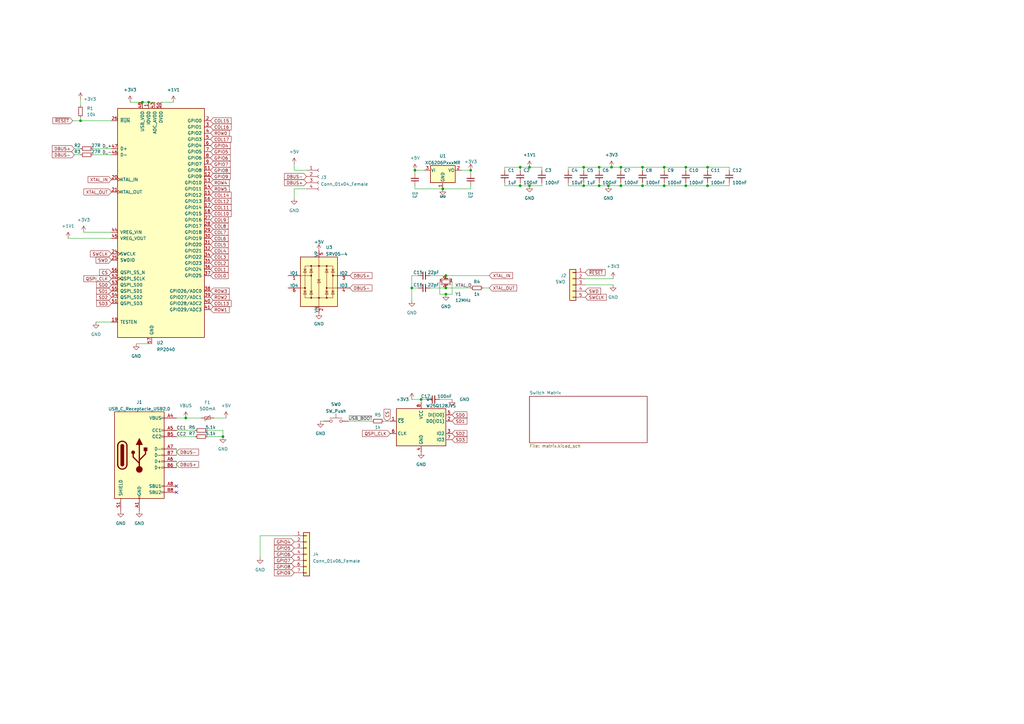
<source format=kicad_sch>
(kicad_sch (version 20211123) (generator eeschema)
  (paper "A3")
  (lib_symbols
    (symbol "Connector:Conn_01x04_Female" (pin_names (offset 1.016) hide)
      (property "Reference" "J" (at 0 5.08 0))
      (property "Value" "Conn_01x04_Female" (at 0 -7.62 0))
      (symbol "Conn_01x04_Female_1_1"
        (arc (start 0 -4.572) (mid -0.508 -5.08) (end 0 -5.588) (stroke (width 0.1524)))
        (arc (start 0 -2.032) (mid -0.508 -2.54) (end 0 -3.048) (stroke (width 0.1524)))
        (polyline (pts (xy -1.27 -5.08) (xy -0.508 -5.08)) (stroke (width 0.1524)))
        (polyline (pts (xy -1.27 -2.54) (xy -0.508 -2.54)) (stroke (width 0.1524)))
        (polyline (pts (xy -1.27 0) (xy -0.508 0)) (stroke (width 0.1524)))
        (polyline (pts (xy -1.27 2.54) (xy -0.508 2.54)) (stroke (width 0.1524)))
        (arc (start 0 0.508) (mid -0.508 0) (end 0 -0.508) (stroke (width 0.1524)))
        (arc (start 0 3.048) (mid -0.508 2.54) (end 0 2.032) (stroke (width 0.1524)))
        (pin passive line (at -5.08 2.54 0) (length 3.81) (name "Pin_1") (number "1"))
        (pin passive line (at -5.08 0 0) (length 3.81) (name "Pin_2") (number "2"))
        (pin passive line (at -5.08 -2.54 0) (length 3.81) (name "Pin_3") (number "3"))
        (pin passive line (at -5.08 -5.08 0) (length 3.81) (name "Pin_4") (number "4"))
      )
    )
    (symbol "Connector:USB_C_Receptacle_USB2.0" (pin_names (offset 1.016))
      (property "Reference" "J" (at -10.16 19.05 0))
      (property "Value" "USB_C_Receptacle_USB2.0" (at 19.05 19.05 0))
      (symbol "USB_C_Receptacle_USB2.0_0_0"
        (rectangle (start -0.254 -17.78) (end 0.254 -16.764))
        (rectangle (start 10.16 -14.986) (end 9.144 -15.494))
        (rectangle (start 10.16 -12.446) (end 9.144 -12.954))
        (rectangle (start 10.16 -4.826) (end 9.144 -5.334))
        (rectangle (start 10.16 -2.286) (end 9.144 -2.794))
        (rectangle (start 10.16 0.254) (end 9.144 -0.254))
        (rectangle (start 10.16 2.794) (end 9.144 2.286))
        (rectangle (start 10.16 7.874) (end 9.144 7.366))
        (rectangle (start 10.16 10.414) (end 9.144 9.906))
        (rectangle (start 10.16 15.494) (end 9.144 14.986))
      )
      (symbol "USB_C_Receptacle_USB2.0_0_1"
        (rectangle (start -10.16 17.78) (end 10.16 -17.78) (stroke (width 0.254)) (fill (type background)))
        (arc (start -8.89 -3.81) (mid -6.985 -5.715) (end -5.08 -3.81) (stroke (width 0.508)))
        (arc (start -7.62 -3.81) (mid -6.985 -4.445) (end -6.35 -3.81) (stroke (width 0.254)))
        (arc (start -7.62 -3.81) (mid -6.985 -4.445) (end -6.35 -3.81) (stroke (width 0.254)) (fill (type outline)))
        (rectangle (start -7.62 -3.81) (end -6.35 3.81) (stroke (width 0.254)) (fill (type outline)))
        (arc (start -6.35 3.81) (mid -6.985 4.445) (end -7.62 3.81) (stroke (width 0.254)))
        (arc (start -6.35 3.81) (mid -6.985 4.445) (end -7.62 3.81) (stroke (width 0.254)) (fill (type outline)))
        (arc (start -5.08 3.81) (mid -6.985 5.715) (end -8.89 3.81) (stroke (width 0.508)))
        (circle (center -2.54 1.143) (radius 0.635) (stroke (width 0.254)) (fill (type outline)))
        (circle (center 0 -5.842) (radius 1.27) (fill (type outline)))
        (polyline (pts (xy -8.89 -3.81) (xy -8.89 3.81)) (stroke (width 0.508)))
        (polyline (pts (xy -5.08 3.81) (xy -5.08 -3.81)) (stroke (width 0.508)))
        (polyline (pts (xy 0 -5.842) (xy 0 4.318)) (stroke (width 0.508)))
        (polyline (pts (xy 0 -3.302) (xy -2.54 -0.762) (xy -2.54 0.508)) (stroke (width 0.508)))
        (polyline (pts (xy 0 -2.032) (xy 2.54 0.508) (xy 2.54 1.778)) (stroke (width 0.508)))
        (polyline (pts (xy -1.27 4.318) (xy 0 6.858) (xy 1.27 4.318) (xy -1.27 4.318)) (stroke (width 0.254)) (fill (type outline)))
        (rectangle (start 1.905 1.778) (end 3.175 3.048) (stroke (width 0.254)) (fill (type outline)))
      )
      (symbol "USB_C_Receptacle_USB2.0_1_1"
        (pin passive line (at 0 -22.86 90) (length 5.08) (name "GND") (number "A1"))
        (pin passive line (at 0 -22.86 90) (length 5.08) hide (name "GND") (number "A12"))
        (pin passive line (at 15.24 15.24 180) (length 5.08) (name "VBUS") (number "A4"))
        (pin bidirectional line (at 15.24 10.16 180) (length 5.08) (name "CC1") (number "A5"))
        (pin bidirectional line (at 15.24 -2.54 180) (length 5.08) (name "D+") (number "A6"))
        (pin bidirectional line (at 15.24 2.54 180) (length 5.08) (name "D-") (number "A7"))
        (pin bidirectional line (at 15.24 -12.7 180) (length 5.08) (name "SBU1") (number "A8"))
        (pin passive line (at 15.24 15.24 180) (length 5.08) hide (name "VBUS") (number "A9"))
        (pin passive line (at 0 -22.86 90) (length 5.08) hide (name "GND") (number "B1"))
        (pin passive line (at 0 -22.86 90) (length 5.08) hide (name "GND") (number "B12"))
        (pin passive line (at 15.24 15.24 180) (length 5.08) hide (name "VBUS") (number "B4"))
        (pin bidirectional line (at 15.24 7.62 180) (length 5.08) (name "CC2") (number "B5"))
        (pin bidirectional line (at 15.24 -5.08 180) (length 5.08) (name "D+") (number "B6"))
        (pin bidirectional line (at 15.24 0 180) (length 5.08) (name "D-") (number "B7"))
        (pin bidirectional line (at 15.24 -15.24 180) (length 5.08) (name "SBU2") (number "B8"))
        (pin passive line (at 15.24 15.24 180) (length 5.08) hide (name "VBUS") (number "B9"))
        (pin passive line (at -7.62 -22.86 90) (length 5.08) (name "SHIELD") (number "S1"))
      )
    )
    (symbol "Connector_Generic:Conn_01x05" (pin_names (offset 1.016) hide)
      (property "Reference" "J" (at 0 7.62 0))
      (property "Value" "Conn_01x05" (at 0 -7.62 0))
      (symbol "Conn_01x05_1_1"
        (rectangle (start -1.27 -4.953) (end 0 -5.207) (stroke (width 0.1524)))
        (rectangle (start -1.27 -2.413) (end 0 -2.667) (stroke (width 0.1524)))
        (rectangle (start -1.27 0.127) (end 0 -0.127) (stroke (width 0.1524)))
        (rectangle (start -1.27 2.667) (end 0 2.413) (stroke (width 0.1524)))
        (rectangle (start -1.27 5.207) (end 0 4.953) (stroke (width 0.1524)))
        (rectangle (start -1.27 6.35) (end 1.27 -6.35) (stroke (width 0.254)) (fill (type background)))
        (pin passive line (at -5.08 5.08 0) (length 3.81) (name "Pin_1") (number "1"))
        (pin passive line (at -5.08 2.54 0) (length 3.81) (name "Pin_2") (number "2"))
        (pin passive line (at -5.08 0 0) (length 3.81) (name "Pin_3") (number "3"))
        (pin passive line (at -5.08 -2.54 0) (length 3.81) (name "Pin_4") (number "4"))
        (pin passive line (at -5.08 -5.08 0) (length 3.81) (name "Pin_5") (number "5"))
      )
    )
    (symbol "Connector_Generic:Conn_01x07" (pin_names (offset 1.016) hide)
      (property "Reference" "J" (at 0 10.16 0))
      (property "Value" "Conn_01x07" (at 0 -10.16 0))
      (symbol "Conn_01x07_1_1"
        (rectangle (start -1.27 -7.493) (end 0 -7.747) (stroke (width 0.1524)))
        (rectangle (start -1.27 -4.953) (end 0 -5.207) (stroke (width 0.1524)))
        (rectangle (start -1.27 -2.413) (end 0 -2.667) (stroke (width 0.1524)))
        (rectangle (start -1.27 0.127) (end 0 -0.127) (stroke (width 0.1524)))
        (rectangle (start -1.27 2.667) (end 0 2.413) (stroke (width 0.1524)))
        (rectangle (start -1.27 5.207) (end 0 4.953) (stroke (width 0.1524)))
        (rectangle (start -1.27 7.747) (end 0 7.493) (stroke (width 0.1524)))
        (rectangle (start -1.27 8.89) (end 1.27 -8.89) (stroke (width 0.254)) (fill (type background)))
        (pin passive line (at -5.08 7.62 0) (length 3.81) (name "Pin_1") (number "1"))
        (pin passive line (at -5.08 5.08 0) (length 3.81) (name "Pin_2") (number "2"))
        (pin passive line (at -5.08 2.54 0) (length 3.81) (name "Pin_3") (number "3"))
        (pin passive line (at -5.08 0 0) (length 3.81) (name "Pin_4") (number "4"))
        (pin passive line (at -5.08 -2.54 0) (length 3.81) (name "Pin_5") (number "5"))
        (pin passive line (at -5.08 -5.08 0) (length 3.81) (name "Pin_6") (number "6"))
        (pin passive line (at -5.08 -7.62 0) (length 3.81) (name "Pin_7") (number "7"))
      )
    )
    (symbol "Device:C_Small" (pin_numbers hide) (pin_names (offset 0.254) hide)
      (property "Reference" "C" (at 0.254 1.778 0))
      (property "Value" "C_Small" (at 0.254 -2.032 0))
      (symbol "C_Small_0_1"
        (polyline (pts (xy -1.524 -0.508) (xy 1.524 -0.508)) (stroke (width 0.3302)))
        (polyline (pts (xy -1.524 0.508) (xy 1.524 0.508)) (stroke (width 0.3048)))
      )
      (symbol "C_Small_1_1"
        (pin passive line (at 0 2.54 270) (length 2.032) (name "~") (number "1"))
        (pin passive line (at 0 -2.54 90) (length 2.032) (name "~") (number "2"))
      )
    )
    (symbol "Device:Crystal_GND24_Small" (pin_names (offset 1.016) hide)
      (property "Reference" "Y" (at 1.27 4.445 0))
      (property "Value" "Crystal_GND24_Small" (at 1.27 2.54 0))
      (symbol "Crystal_GND24_Small_0_1"
        (rectangle (start -0.762 -1.524) (end 0.762 1.524))
        (polyline (pts (xy -1.27 -0.762) (xy -1.27 0.762)) (stroke (width 0.381)))
        (polyline (pts (xy 1.27 -0.762) (xy 1.27 0.762)) (stroke (width 0.381)))
        (polyline (pts (xy -1.27 -1.27) (xy -1.27 -1.905) (xy 1.27 -1.905) (xy 1.27 -1.27)))
        (polyline (pts (xy -1.27 1.27) (xy -1.27 1.905) (xy 1.27 1.905) (xy 1.27 1.27)))
      )
      (symbol "Crystal_GND24_Small_1_1"
        (pin passive line (at -2.54 0 0) (length 1.27) (name "1") (number "1"))
        (pin passive line (at 0 -2.54 90) (length 0.635) (name "2") (number "2"))
        (pin passive line (at 2.54 0 180) (length 1.27) (name "3") (number "3"))
        (pin passive line (at 0 2.54 270) (length 0.635) (name "4") (number "4"))
      )
    )
    (symbol "Device:Polyfuse_Small" (pin_numbers hide) (pin_names (offset 0))
      (property "Reference" "F" (at -1.905 0 90))
      (property "Value" "Polyfuse_Small" (at 1.905 0 90))
      (symbol "Polyfuse_Small_0_1"
        (rectangle (start -0.508 1.27) (end 0.508 -1.27))
        (polyline (pts (xy 0 2.54) (xy 0 -2.54)))
        (polyline (pts (xy -1.016 1.27) (xy -1.016 0.762) (xy 1.016 -0.762) (xy 1.016 -1.27)))
      )
      (symbol "Polyfuse_Small_1_1"
        (pin passive line (at 0 2.54 270) (length 0.635) (name "~") (number "1"))
        (pin passive line (at 0 -2.54 90) (length 0.635) (name "~") (number "2"))
      )
    )
    (symbol "Device:R_Small" (pin_numbers hide) (pin_names (offset 0.254) hide)
      (property "Reference" "R" (at 0.762 0.508 0))
      (property "Value" "R_Small" (at 0.762 -1.016 0))
      (symbol "R_Small_0_1"
        (rectangle (start -0.762 1.778) (end 0.762 -1.778) (stroke (width 0.2032)))
      )
      (symbol "R_Small_1_1"
        (pin passive line (at 0 2.54 270) (length 0.762) (name "~") (number "1"))
        (pin passive line (at 0 -2.54 90) (length 0.762) (name "~") (number "2"))
      )
    )
    (symbol "Memory_Flash:W25Q128JVS"
      (property "Reference" "U" (at -8.89 8.89 0))
      (property "Value" "W25Q128JVS" (at 7.62 8.89 0))
      (symbol "W25Q128JVS_0_1"
        (rectangle (start -10.16 7.62) (end 10.16 -7.62) (stroke (width 0.254)) (fill (type background)))
      )
      (symbol "W25Q128JVS_1_1"
        (pin input line (at -12.7 2.54 0) (length 2.54) (name "~{CS}") (number "1"))
        (pin bidirectional line (at 12.7 2.54 180) (length 2.54) (name "DO(IO1)") (number "2"))
        (pin bidirectional line (at 12.7 -2.54 180) (length 2.54) (name "IO2") (number "3"))
        (pin power_in line (at 0 -10.16 90) (length 2.54) (name "GND") (number "4"))
        (pin bidirectional line (at 12.7 5.08 180) (length 2.54) (name "DI(IO0)") (number "5"))
        (pin input line (at -12.7 -2.54 0) (length 2.54) (name "CLK") (number "6"))
        (pin bidirectional line (at 12.7 -5.08 180) (length 2.54) (name "IO3") (number "7"))
        (pin power_in line (at 0 10.16 270) (length 2.54) (name "VCC") (number "8"))
      )
    )
    (symbol "Regulator_Linear:XC6206PxxxMR" (pin_names (offset 0.254))
      (property "Reference" "U" (at -3.81 3.175 0))
      (property "Value" "XC6206PxxxMR" (at 0 3.175 0))
      (symbol "XC6206PxxxMR_0_1"
        (rectangle (start -5.08 1.905) (end 5.08 -5.08) (stroke (width 0.254)) (fill (type background)))
      )
      (symbol "XC6206PxxxMR_1_1"
        (pin power_in line (at 0 -7.62 90) (length 2.54) (name "GND") (number "1"))
        (pin power_out line (at 7.62 0 180) (length 2.54) (name "VO") (number "2"))
        (pin power_in line (at -7.62 0 0) (length 2.54) (name "VI") (number "3"))
      )
    )
    (symbol "Sleep-lib:RP2040" (pin_names (offset 1.016))
      (property "Reference" "U" (at 8.89 51.435 0))
      (property "Value" "RP2040" (at 8.89 48.895 0))
      (symbol "RP2040_0_0"
        (rectangle (start -17.78 -45.72) (end 17.78 48.26) (stroke (width 0.254)) (fill (type background)))
      )
      (symbol "RP2040_1_1"
        (pin power_in line (at -5.08 50.8 270) (length 2.54) (name "IOVDD") (number "1"))
        (pin power_in line (at -5.08 50.8 270) (length 2.54) hide (name "IOVDD") (number "10"))
        (pin input line (at 20.32 22.86 180) (length 2.54) (name "GPIO8") (number "11"))
        (pin input line (at 20.32 20.32 180) (length 2.54) (name "GPIO9") (number "12"))
        (pin input line (at 20.32 17.78 180) (length 2.54) (name "GPIO10") (number "13"))
        (pin input line (at 20.32 15.24 180) (length 2.54) (name "GPIO11") (number "14"))
        (pin input line (at 20.32 12.7 180) (length 2.54) (name "GPIO12") (number "15"))
        (pin input line (at 20.32 10.16 180) (length 2.54) (name "GPIO13") (number "16"))
        (pin input line (at 20.32 7.62 180) (length 2.54) (name "GPIO14") (number "17"))
        (pin input line (at 20.32 5.08 180) (length 2.54) (name "GPIO15") (number "18"))
        (pin input line (at -20.32 -39.37 0) (length 2.54) (name "TESTEN") (number "19"))
        (pin input line (at 20.32 43.18 180) (length 2.54) (name "GPIO0") (number "2"))
        (pin input clock (at -20.32 19.05 0) (length 2.54) (name "XTAL_IN") (number "20"))
        (pin input clock (at -20.32 13.97 0) (length 2.54) (name "XTAL_OUT") (number "21"))
        (pin power_in line (at -5.08 50.8 270) (length 2.54) hide (name "IOVDD") (number "22"))
        (pin power_in line (at 0 50.8 270) (length 2.54) hide (name "DVDD") (number "23"))
        (pin input clock (at -20.32 -11.43 0) (length 2.54) (name "SWCLK") (number "24"))
        (pin bidirectional line (at -20.32 -13.97 0) (length 2.54) (name "SWDIO") (number "25"))
        (pin input line (at -20.32 43.18 0) (length 2.54) (name "~{RUN}") (number "26"))
        (pin input line (at 20.32 2.54 180) (length 2.54) (name "GPIO16") (number "27"))
        (pin input line (at 20.32 0 180) (length 2.54) (name "GPIO17") (number "28"))
        (pin input line (at 20.32 -2.54 180) (length 2.54) (name "GPIO18") (number "29"))
        (pin input line (at 20.32 40.64 180) (length 2.54) (name "GPIO1") (number "3"))
        (pin input line (at 20.32 -5.08 180) (length 2.54) (name "GPIO19") (number "30"))
        (pin input line (at 20.32 -7.62 180) (length 2.54) (name "GPIO20") (number "31"))
        (pin input line (at 20.32 -10.16 180) (length 2.54) (name "GPIO21") (number "32"))
        (pin power_in line (at -5.08 50.8 270) (length 2.54) hide (name "IOVDD") (number "33"))
        (pin input line (at 20.32 -12.7 180) (length 2.54) (name "GPIO22") (number "34"))
        (pin input line (at 20.32 -15.24 180) (length 2.54) (name "GPIO23") (number "35"))
        (pin input line (at 20.32 -17.78 180) (length 2.54) (name "GPIO24") (number "36"))
        (pin input line (at 20.32 -20.32 180) (length 2.54) (name "GPIO25") (number "37"))
        (pin input line (at 20.32 -26.67 180) (length 2.54) (name "GPIO26/ADC0") (number "38"))
        (pin input line (at 20.32 -29.21 180) (length 2.54) (name "GPIO27/ADC1") (number "39"))
        (pin input line (at 20.32 38.1 180) (length 2.54) (name "GPIO2") (number "4"))
        (pin input line (at 20.32 -31.75 180) (length 2.54) (name "GPIO28/ADC2") (number "40"))
        (pin input line (at 20.32 -34.29 180) (length 2.54) (name "GPIO29/ADC3") (number "41"))
        (pin power_in line (at -5.08 50.8 270) (length 2.54) hide (name "IOVDD") (number "42"))
        (pin power_in line (at -2.54 50.8 270) (length 2.54) (name "ADC_AVDD") (number "43"))
        (pin power_in line (at -20.32 -2.54 0) (length 2.54) (name "VREG_VIN") (number "44"))
        (pin power_out line (at -20.32 -5.08 0) (length 2.54) (name "VREG_VOUT") (number "45"))
        (pin bidirectional line (at -20.32 29.21 0) (length 2.54) (name "D-") (number "46"))
        (pin bidirectional line (at -20.32 31.75 0) (length 2.54) (name "D+") (number "47"))
        (pin power_in line (at -7.62 50.8 270) (length 2.54) (name "USB_VDD") (number "48"))
        (pin power_in line (at -5.08 50.8 270) (length 2.54) hide (name "IOVDD") (number "49"))
        (pin input line (at 20.32 35.56 180) (length 2.54) (name "GPIO3") (number "5"))
        (pin power_in line (at 0 50.8 270) (length 2.54) (name "DVDD") (number "50"))
        (pin bidirectional line (at -20.32 -31.75 0) (length 2.54) (name "QSPI_SD3") (number "51"))
        (pin input clock (at -20.32 -21.59 0) (length 2.54) (name "QSPI_SCLK") (number "52"))
        (pin bidirectional line (at -20.32 -24.13 0) (length 2.54) (name "QSPI_SD0") (number "53"))
        (pin bidirectional line (at -20.32 -29.21 0) (length 2.54) (name "QSPI_SD2") (number "54"))
        (pin bidirectional line (at -20.32 -26.67 0) (length 2.54) (name "QSPI_SD1") (number "55"))
        (pin bidirectional line (at -20.32 -19.05 0) (length 2.54) (name "QSPI_SS_N") (number "56"))
        (pin power_in line (at -3.81 -48.26 90) (length 2.54) (name "GND") (number "57"))
        (pin input line (at 20.32 33.02 180) (length 2.54) (name "GPIO4") (number "6"))
        (pin input line (at 20.32 30.48 180) (length 2.54) (name "GPIO5") (number "7"))
        (pin input line (at 20.32 27.94 180) (length 2.54) (name "GPIO6") (number "8"))
        (pin input line (at 20.32 25.4 180) (length 2.54) (name "GPIO7") (number "9"))
      )
    )
    (symbol "Switch:SW_Push" (pin_numbers hide) (pin_names (offset 1.016) hide)
      (property "Reference" "SW" (at 1.27 2.54 0))
      (property "Value" "SW_Push" (at 0 -1.524 0))
      (symbol "SW_Push_0_1"
        (circle (center -2.032 0) (radius 0.508))
        (polyline (pts (xy 0 1.27) (xy 0 3.048)))
        (polyline (pts (xy 2.54 1.27) (xy -2.54 1.27)))
        (circle (center 2.032 0) (radius 0.508))
        (pin passive line (at -5.08 0 0) (length 2.54) (name "1") (number "1"))
        (pin passive line (at 5.08 0 180) (length 2.54) (name "2") (number "2"))
      )
    )
    (symbol "marbastlib-various:SRV05-4" (pin_names (offset 0))
      (property "Reference" "U" (at -5.08 11.43 0))
      (property "Value" "SRV05-4" (at 2.54 11.43 0))
      (symbol "SRV05-4_0_0"
        (rectangle (start -5.715 6.477) (end 5.715 -6.604))
        (polyline (pts (xy -3.175 -6.604) (xy -3.175 6.477)))
        (polyline (pts (xy 3.175 6.477) (xy 3.175 -6.604)))
      )
      (symbol "SRV05-4_0_1"
        (rectangle (start -7.62 10.16) (end 7.62 -10.16) (stroke (width 0.254)) (fill (type background)))
        (circle (center -5.715 -2.54) (radius 0.2794) (fill (type outline)))
        (circle (center -3.175 -6.604) (radius 0.2794) (fill (type outline)))
        (circle (center -3.175 2.54) (radius 0.2794) (fill (type outline)))
        (circle (center -3.175 6.477) (radius 0.2794) (fill (type outline)))
        (circle (center 0 -6.604) (radius 0.2794) (fill (type outline)))
        (polyline (pts (xy -7.747 2.54) (xy -3.175 2.54)))
        (polyline (pts (xy -7.62 -2.54) (xy -5.715 -2.54)))
        (polyline (pts (xy -5.08 -3.81) (xy -6.35 -3.81)))
        (polyline (pts (xy -5.08 5.08) (xy -6.35 5.08)))
        (polyline (pts (xy -2.54 -3.81) (xy -3.81 -3.81)))
        (polyline (pts (xy -2.54 5.08) (xy -3.81 5.08)))
        (polyline (pts (xy 0 10.16) (xy 0 -10.16)))
        (polyline (pts (xy 3.81 -3.81) (xy 2.54 -3.81)))
        (polyline (pts (xy 3.81 5.08) (xy 2.54 5.08)))
        (polyline (pts (xy 6.35 -3.81) (xy 5.08 -3.81)))
        (polyline (pts (xy 6.35 5.08) (xy 5.08 5.08)))
        (polyline (pts (xy 7.62 -2.54) (xy 3.175 -2.54)))
        (polyline (pts (xy 7.62 2.54) (xy 5.715 2.54)))
        (polyline (pts (xy 0.635 0.889) (xy -0.635 0.889) (xy -0.635 0.635)))
        (polyline (pts (xy -5.08 -5.08) (xy -6.35 -5.08) (xy -5.715 -3.81) (xy -5.08 -5.08)))
        (polyline (pts (xy -5.08 3.81) (xy -6.35 3.81) (xy -5.715 5.08) (xy -5.08 3.81)))
        (polyline (pts (xy -2.54 -5.08) (xy -3.81 -5.08) (xy -3.175 -3.81) (xy -2.54 -5.08)))
        (polyline (pts (xy -2.54 3.81) (xy -3.81 3.81) (xy -3.175 5.08) (xy -2.54 3.81)))
        (polyline (pts (xy 0.635 -0.381) (xy -0.635 -0.381) (xy 0 0.889) (xy 0.635 -0.381)))
        (polyline (pts (xy 3.81 -5.08) (xy 2.54 -5.08) (xy 3.175 -3.81) (xy 3.81 -5.08)))
        (polyline (pts (xy 3.81 3.81) (xy 2.54 3.81) (xy 3.175 5.08) (xy 3.81 3.81)))
        (polyline (pts (xy 6.35 -5.08) (xy 5.08 -5.08) (xy 5.715 -3.81) (xy 6.35 -5.08)))
        (polyline (pts (xy 6.35 3.81) (xy 5.08 3.81) (xy 5.715 5.08) (xy 6.35 3.81)))
        (circle (center 0 6.477) (radius 0.2794) (fill (type outline)))
        (circle (center 3.175 -6.604) (radius 0.2794) (fill (type outline)))
        (circle (center 3.175 -2.54) (radius 0.2794) (fill (type outline)))
        (circle (center 3.175 6.477) (radius 0.2794) (fill (type outline)))
        (circle (center 5.715 2.54) (radius 0.2794) (fill (type outline)))
      )
      (symbol "SRV05-4_1_1"
        (pin passive line (at -12.7 2.54 0) (length 5.08) (name "IO1") (number "1"))
        (pin passive line (at 0 -12.7 90) (length 2.54) (name "VN") (number "2"))
        (pin passive line (at 12.7 2.54 180) (length 5.08) (name "IO2") (number "3"))
        (pin passive line (at 12.7 -2.54 180) (length 5.08) (name "IO3") (number "4"))
        (pin passive line (at 0 12.7 270) (length 2.54) (name "VP") (number "5"))
        (pin passive line (at -12.7 -2.54 0) (length 5.08) (name "IO4") (number "6"))
      )
    )
    (symbol "power:+1V1" (power) (pin_names (offset 0))
      (property "Value" "+1V1" (at 0 3.556 0))
      (symbol "+1V1_0_1"
        (polyline (pts (xy -0.762 1.27) (xy 0 2.54)))
        (polyline (pts (xy 0 0) (xy 0 2.54)))
        (polyline (pts (xy 0 2.54) (xy 0.762 1.27)))
      )
      (symbol "+1V1_1_1"
        (pin power_in line (at 0 0 90) (length 0) hide (name "+1V1") (number "1"))
      )
    )
    (symbol "power:+3.3V" (power) (pin_names (offset 0))
      (property "Value" "+3.3V" (at 0 3.556 0))
      (symbol "+3.3V_0_1"
        (polyline (pts (xy -0.762 1.27) (xy 0 2.54)))
        (polyline (pts (xy 0 0) (xy 0 2.54)))
        (polyline (pts (xy 0 2.54) (xy 0.762 1.27)))
      )
      (symbol "+3.3V_1_1"
        (pin power_in line (at 0 0 90) (length 0) hide (name "+3V3") (number "1"))
      )
    )
    (symbol "power:+3V3" (power) (pin_names (offset 0))
      (property "Value" "+3V3" (at 0 3.556 0))
      (symbol "+3V3_0_1"
        (polyline (pts (xy -0.762 1.27) (xy 0 2.54)))
        (polyline (pts (xy 0 0) (xy 0 2.54)))
        (polyline (pts (xy 0 2.54) (xy 0.762 1.27)))
      )
      (symbol "+3V3_1_1"
        (pin power_in line (at 0 0 90) (length 0) hide (name "+3V3") (number "1"))
      )
    )
    (symbol "power:+5V" (power) (pin_names (offset 0))
      (property "Value" "+5V" (at 0 3.556 0))
      (symbol "+5V_0_1"
        (polyline (pts (xy -0.762 1.27) (xy 0 2.54)))
        (polyline (pts (xy 0 0) (xy 0 2.54)))
        (polyline (pts (xy 0 2.54) (xy 0.762 1.27)))
      )
      (symbol "+5V_1_1"
        (pin power_in line (at 0 0 90) (length 0) hide (name "+5V") (number "1"))
      )
    )
    (symbol "power:GND" (power) (pin_names (offset 0))
      (property "Value" "GND" (at 0 -3.81 0))
      (symbol "GND_0_1"
        (polyline (pts (xy 0 0) (xy 0 -1.27) (xy 1.27 -1.27) (xy 0 -2.54) (xy -1.27 -1.27) (xy 0 -1.27)))
      )
      (symbol "GND_1_1"
        (pin power_in line (at 0 0 270) (length 0) hide (name "GND") (number "1"))
      )
    )
    (symbol "power:VBUS" (power) (pin_names (offset 0))
      (property "Value" "VBUS" (at 0 3.81 0))
      (symbol "VBUS_0_1"
        (polyline (pts (xy -0.762 1.27) (xy 0 2.54)))
        (polyline (pts (xy 0 0) (xy 0 2.54)))
        (polyline (pts (xy 0 2.54) (xy 0.762 1.27)))
      )
      (symbol "VBUS_1_1"
        (pin power_in line (at 0 0 90) (length 0) hide (name "VBUS") (number "1"))
      )
    )
  )
  (junction (at 193.04 69.85) (diameter 0.9144))
  (junction (at 245.745 76.2))
  (junction (at 182.88 120.65))
  (junction (at 245.745 68.58))
  (junction (at 290.195 76.2))
  (junction (at 254.635 68.58))
  (junction (at 182.88 113.03))
  (junction (at 58.42 41.91))
  (junction (at 181.61 77.47) (diameter 0.9144))
  (junction (at 281.305 68.58))
  (junction (at 172.72 163.83))
  (junction (at 168.91 118.11))
  (junction (at 263.525 76.2))
  (junction (at 170.18 69.85) (diameter 0.9144))
  (junction (at 281.305 76.2))
  (junction (at 33.02 49.53))
  (junction (at 272.415 76.2))
  (junction (at 182.88 118.11))
  (junction (at 217.17 76.2))
  (junction (at 76.2 171.45))
  (junction (at 213.36 76.2))
  (junction (at 249.555 76.2))
  (junction (at 60.96 41.91))
  (junction (at 272.415 68.58))
  (junction (at 239.395 76.2))
  (junction (at 217.17 68.58))
  (junction (at 91.44 179.07))
  (junction (at 213.36 68.58))
  (junction (at 254.635 76.2))
  (junction (at 239.395 68.58))
  (junction (at 290.195 68.58))
  (junction (at 250.825 68.58))
  (junction (at 263.525 68.58))
  (no_connect (at 72.39 199.39))
  (no_connect (at 72.39 201.93))
  (wire (pts (xy 125.73 69.85) (xy 120.65 69.85)))
  (wire (pts (xy 87.63 171.45) (xy 92.71 171.45)))
  (wire (pts (xy 125.73 77.47) (xy 120.65 77.47)))
  (wire (pts (xy 281.305 68.58) (xy 281.305 69.85)))
  (wire (pts (xy 263.525 76.2) (xy 263.525 74.93)))
  (wire (pts (xy 182.88 113.03) (xy 200.66 113.03)))
  (wire (pts (xy 131.445 172.72) (xy 132.715 172.72)))
  (wire (pts (xy 239.395 74.93) (xy 239.395 76.2)))
  (wire (pts (xy 207.01 74.93) (xy 207.01 76.2)))
  (wire (pts (xy 245.745 68.58) (xy 250.825 68.58)))
  (wire (pts (xy 142.875 172.72) (xy 152.4 172.72)))
  (wire (pts (xy 172.72 163.83) (xy 172.72 165.1)))
  (wire (pts (xy 30.48 63.5) (xy 33.02 63.5)))
  (wire (pts (xy 217.17 68.58) (xy 213.36 68.58)))
  (wire (pts (xy 254.635 76.2) (xy 263.525 76.2)))
  (wire (pts (xy 172.72 163.83) (xy 175.26 163.83)))
  (wire (pts (xy 263.525 68.58) (xy 263.525 69.85)))
  (wire (pts (xy 233.045 69.85) (xy 233.045 68.58)))
  (wire (pts (xy 176.53 118.11) (xy 182.88 118.11)))
  (wire (pts (xy 120.65 77.47) (xy 120.65 81.28)))
  (wire (pts (xy 181.61 77.47) (xy 193.04 77.47)))
  (wire (pts (xy 281.305 68.58) (xy 290.195 68.58)))
  (wire (pts (xy 233.045 76.2) (xy 239.395 76.2)))
  (wire (pts (xy 263.525 76.2) (xy 272.415 76.2)))
  (wire (pts (xy 245.745 74.93) (xy 245.745 76.2)))
  (wire (pts (xy 180.34 115.57) (xy 180.34 120.65)))
  (wire (pts (xy 180.34 120.65) (xy 182.88 120.65)))
  (wire (pts (xy 34.29 95.25) (xy 45.72 95.25)))
  (wire (pts (xy 213.36 68.58) (xy 213.36 69.85)))
  (wire (pts (xy 239.395 76.2) (xy 245.745 76.2)))
  (wire (pts (xy 168.91 118.11) (xy 168.91 123.19)))
  (wire (pts (xy 33.02 49.53) (xy 45.72 49.53)))
  (wire (pts (xy 299.085 76.2) (xy 299.085 74.93)))
  (wire (pts (xy 72.39 179.07) (xy 80.01 179.07)))
  (wire (pts (xy 193.04 69.85) (xy 193.04 71.12)))
  (wire (pts (xy 60.96 41.91) (xy 63.5 41.91)))
  (wire (pts (xy 240.03 114.3) (xy 251.46 114.3)))
  (wire (pts (xy 53.34 41.91) (xy 58.42 41.91)))
  (wire (pts (xy 168.91 118.11) (xy 171.45 118.11)))
  (wire (pts (xy 45.72 97.79) (xy 27.94 97.79)))
  (wire (pts (xy 290.195 76.2) (xy 299.085 76.2)))
  (wire (pts (xy 38.1 63.5) (xy 45.72 63.5)))
  (wire (pts (xy 193.04 76.2) (xy 193.04 77.47)))
  (wire (pts (xy 272.415 68.58) (xy 281.305 68.58)))
  (wire (pts (xy 290.195 76.2) (xy 290.195 74.93)))
  (wire (pts (xy 290.195 68.58) (xy 299.085 68.58)))
  (wire (pts (xy 120.65 219.71) (xy 106.68 219.71)))
  (wire (pts (xy 254.635 68.58) (xy 254.635 69.85)))
  (wire (pts (xy 245.745 76.2) (xy 249.555 76.2)))
  (wire (pts (xy 281.305 74.93) (xy 281.305 76.2)))
  (wire (pts (xy 254.635 68.58) (xy 263.525 68.58)))
  (wire (pts (xy 185.42 115.57) (xy 185.42 120.65)))
  (wire (pts (xy 207.01 68.58) (xy 207.01 69.85)))
  (wire (pts (xy 106.68 219.71) (xy 106.68 228.6)))
  (wire (pts (xy 290.195 68.58) (xy 290.195 69.85)))
  (wire (pts (xy 181.61 77.47) (xy 170.18 77.47)))
  (wire (pts (xy 213.36 68.58) (xy 207.01 68.58)))
  (wire (pts (xy 272.415 76.2) (xy 281.305 76.2)))
  (wire (pts (xy 85.09 179.07) (xy 91.44 179.07)))
  (wire (pts (xy 254.635 76.2) (xy 254.635 74.93)))
  (wire (pts (xy 72.39 171.45) (xy 76.2 171.45)))
  (wire (pts (xy 250.825 68.58) (xy 254.635 68.58)))
  (wire (pts (xy 72.39 184.15) (xy 72.39 186.69)))
  (wire (pts (xy 30.48 60.96) (xy 33.02 60.96)))
  (wire (pts (xy 272.415 68.58) (xy 272.415 69.85)))
  (wire (pts (xy 299.085 68.58) (xy 299.085 69.85)))
  (wire (pts (xy 222.25 76.2) (xy 222.25 74.93)))
  (wire (pts (xy 222.25 68.58) (xy 222.25 69.85)))
  (wire (pts (xy 170.18 69.85) (xy 170.18 71.12)))
  (wire (pts (xy 180.34 163.83) (xy 185.42 163.83)))
  (wire (pts (xy 170.18 69.85) (xy 173.99 69.85)))
  (wire (pts (xy 33.02 40.64) (xy 33.02 43.18)))
  (wire (pts (xy 72.39 189.23) (xy 72.39 191.77)))
  (wire (pts (xy 251.46 116.84) (xy 240.03 116.84)))
  (wire (pts (xy 29.845 49.53) (xy 33.02 49.53)))
  (wire (pts (xy 182.88 118.11) (xy 193.04 118.11)))
  (wire (pts (xy 157.48 172.72) (xy 160.02 172.72)))
  (wire (pts (xy 189.23 69.85) (xy 193.04 69.85)))
  (wire (pts (xy 120.65 67.31) (xy 120.65 69.85)))
  (wire (pts (xy 213.36 76.2) (xy 217.17 76.2)))
  (wire (pts (xy 185.42 120.65) (xy 182.88 120.65)))
  (wire (pts (xy 91.44 176.53) (xy 91.44 179.07)))
  (wire (pts (xy 213.36 74.93) (xy 213.36 76.2)))
  (wire (pts (xy 239.395 68.58) (xy 239.395 69.85)))
  (wire (pts (xy 233.045 68.58) (xy 239.395 68.58)))
  (wire (pts (xy 72.39 176.53) (xy 80.01 176.53)))
  (wire (pts (xy 171.45 113.03) (xy 168.91 113.03)))
  (wire (pts (xy 55.88 140.97) (xy 62.23 140.97)))
  (wire (pts (xy 85.09 176.53) (xy 91.44 176.53)))
  (wire (pts (xy 176.53 113.03) (xy 182.88 113.03)))
  (wire (pts (xy 263.525 68.58) (xy 272.415 68.58)))
  (wire (pts (xy 281.305 76.2) (xy 290.195 76.2)))
  (wire (pts (xy 58.42 41.91) (xy 60.96 41.91)))
  (wire (pts (xy 245.745 68.58) (xy 239.395 68.58)))
  (wire (pts (xy 168.91 113.03) (xy 168.91 118.11)))
  (wire (pts (xy 38.1 60.96) (xy 45.72 60.96)))
  (wire (pts (xy 66.04 41.91) (xy 71.12 41.91)))
  (wire (pts (xy 249.555 76.2) (xy 254.635 76.2)))
  (wire (pts (xy 33.02 48.26) (xy 33.02 49.53)))
  (wire (pts (xy 233.045 74.93) (xy 233.045 76.2)))
  (wire (pts (xy 168.91 163.83) (xy 172.72 163.83)))
  (wire (pts (xy 198.12 118.11) (xy 200.66 118.11)))
  (wire (pts (xy 245.745 68.58) (xy 245.745 69.85)))
  (wire (pts (xy 76.2 171.45) (xy 82.55 171.45)))
  (wire (pts (xy 39.37 132.08) (xy 45.72 132.08)))
  (wire (pts (xy 272.415 74.93) (xy 272.415 76.2)))
  (wire (pts (xy 217.17 76.2) (xy 222.25 76.2)))
  (wire (pts (xy 207.01 76.2) (xy 213.36 76.2)))
  (wire (pts (xy 170.18 76.2) (xy 170.18 77.47)))
  (wire (pts (xy 217.17 68.58) (xy 222.25 68.58)))
  (label "CC2" (at 72.39 179.07 0))
  (label "D_+" (at 41.91 60.96 0))
  (label "D_-" (at 41.91 63.5 0))
  (label "CC1" (at 72.39 176.53 0))
  (label "XTAL_O" (at 186.69 118.11 0))
  (label "~{USB_BOOT}" (at 142.875 172.72 0))
  (global_label "COL10" (shape input) (at 86.36 87.63 0) (property "Intersheet References" "${INTERSHEET_REFS}" (effects hide)))
  (global_label "DBUS+" (shape input) (at 143.51 113.03 0) (property "Intersheet References" "${INTERSHEET_REFS}" (effects hide)))
  (global_label "SD3" (shape input) (at 45.72 124.46 180) (property "Intersheet References" "${INTERSHEET_REFS}" (effects hide)))
  (global_label "ROW4" (shape input) (at 86.36 74.93 0) (property "Intersheet References" "${INTERSHEET_REFS}" (effects hide)))
  (global_label "CS" (shape input) (at 158.75 172.72 90) (property "Intersheet References" "${INTERSHEET_REFS}" (effects hide)))
  (global_label "COL2" (shape input) (at 86.36 107.95 0) (property "Intersheet References" "${INTERSHEET_REFS}" (effects hide)))
  (global_label "ROW0" (shape input) (at 86.36 54.61 0) (property "Intersheet References" "${INTERSHEET_REFS}" (effects hide)))
  (global_label "QSPI_CLK" (shape input) (at 160.02 177.8 180) (property "Intersheet References" "${INTERSHEET_REFS}" (effects hide)))
  (global_label "SD3" (shape input) (at 185.42 180.34 0) (property "Intersheet References" "${INTERSHEET_REFS}" (effects hide)))
  (global_label "DBUS+" (shape input) (at 125.73 74.93 180) (property "Intersheet References" "${INTERSHEET_REFS}" (effects hide)))
  (global_label "DBUS-" (shape input) (at 143.51 118.11 0) (property "Intersheet References" "${INTERSHEET_REFS}" (effects hide)))
  (global_label "GPIO4" (shape input) (at 120.65 222.25 180) (property "Intersheet References" "${INTERSHEET_REFS}" (effects hide)))
  (global_label "COL17" (shape input) (at 86.36 57.15 0) (property "Intersheet References" "${INTERSHEET_REFS}" (effects hide)))
  (global_label "DBUS-" (shape input) (at 72.39 185.42 0) (property "Intersheet References" "${INTERSHEET_REFS}" (effects hide)))
  (global_label "DBUS-" (shape input) (at 30.48 63.5 180) (property "Intersheet References" "${INTERSHEET_REFS}" (effects hide)))
  (global_label "ROW5" (shape input) (at 86.36 77.47 0) (property "Intersheet References" "${INTERSHEET_REFS}" (effects hide)))
  (global_label "GPIO6" (shape input) (at 120.65 227.33 180) (property "Intersheet References" "${INTERSHEET_REFS}" (effects hide)))
  (global_label "GPIO7" (shape input) (at 120.65 229.87 180) (property "Intersheet References" "${INTERSHEET_REFS}" (effects hide)))
  (global_label "COL12" (shape input) (at 86.36 82.55 0) (property "Intersheet References" "${INTERSHEET_REFS}" (effects hide)))
  (global_label "COL7" (shape input) (at 86.36 95.25 0) (property "Intersheet References" "${INTERSHEET_REFS}" (effects hide)))
  (global_label "COL13" (shape input) (at 86.36 124.46 0) (property "Intersheet References" "${INTERSHEET_REFS}" (effects hide)))
  (global_label "COL1" (shape input) (at 86.36 110.49 0) (property "Intersheet References" "${INTERSHEET_REFS}" (effects hide)))
  (global_label "COL11" (shape input) (at 86.36 85.09 0) (property "Intersheet References" "${INTERSHEET_REFS}" (effects hide)))
  (global_label "QSPI_CLK" (shape input) (at 45.72 114.3 180) (property "Intersheet References" "${INTERSHEET_REFS}" (effects hide)))
  (global_label "GPIO8" (shape input) (at 86.36 69.85 0) (property "Intersheet References" "${INTERSHEET_REFS}" (effects hide)))
  (global_label "SD0" (shape input) (at 185.42 170.18 0) (property "Intersheet References" "${INTERSHEET_REFS}" (effects hide)))
  (global_label "COL9" (shape input) (at 86.36 90.17 0) (property "Intersheet References" "${INTERSHEET_REFS}" (effects hide)))
  (global_label "COL4" (shape input) (at 86.36 102.87 0) (property "Intersheet References" "${INTERSHEET_REFS}" (effects hide)))
  (global_label "SD1" (shape input) (at 45.72 119.38 180) (property "Intersheet References" "${INTERSHEET_REFS}" (effects hide)))
  (global_label "SWCLK" (shape input) (at 45.72 104.14 180) (property "Intersheet References" "${INTERSHEET_REFS}" (effects hide)))
  (global_label "SWD" (shape input) (at 240.03 119.38 0) (property "Intersheet References" "${INTERSHEET_REFS}" (effects hide)))
  (global_label "GPIO9" (shape input) (at 120.65 234.95 180) (property "Intersheet References" "${INTERSHEET_REFS}" (effects hide)))
  (global_label "GPIO5" (shape input) (at 120.65 224.79 180) (property "Intersheet References" "${INTERSHEET_REFS}" (effects hide)))
  (global_label "COL0" (shape input) (at 86.36 113.03 0) (property "Intersheet References" "${INTERSHEET_REFS}" (effects hide)))
  (global_label "SWD" (shape input) (at 45.72 106.68 180) (property "Intersheet References" "${INTERSHEET_REFS}" (effects hide)))
  (global_label "COL8" (shape input) (at 86.36 92.71 0) (property "Intersheet References" "${INTERSHEET_REFS}" (effects hide)))
  (global_label "DBUS+" (shape input) (at 30.48 60.96 180) (property "Intersheet References" "${INTERSHEET_REFS}" (effects hide)))
  (global_label "COL16" (shape input) (at 86.36 52.07 0) (property "Intersheet References" "${INTERSHEET_REFS}" (effects hide)))
  (global_label "~{RESET}" (shape input) (at 29.845 49.53 180) (property "Intersheet References" "${INTERSHEET_REFS}" (effects hide)))
  (global_label "ROW1" (shape input) (at 86.36 127 0) (property "Intersheet References" "${INTERSHEET_REFS}" (effects hide)))
  (global_label "SWCLK" (shape input) (at 240.03 121.92 0) (property "Intersheet References" "${INTERSHEET_REFS}" (effects hide)))
  (global_label "COL15" (shape input) (at 86.36 49.53 0) (property "Intersheet References" "${INTERSHEET_REFS}" (effects hide)))
  (global_label "COL6" (shape input) (at 86.36 97.79 0) (property "Intersheet References" "${INTERSHEET_REFS}" (effects hide)))
  (global_label "ROW2" (shape input) (at 86.36 121.92 0) (property "Intersheet References" "${INTERSHEET_REFS}" (effects hide)))
  (global_label "GPIO4" (shape input) (at 86.36 59.69 0) (property "Intersheet References" "${INTERSHEET_REFS}" (effects hide)))
  (global_label "SD2" (shape input) (at 45.72 121.92 180) (property "Intersheet References" "${INTERSHEET_REFS}" (effects hide)))
  (global_label "GPIO5" (shape input) (at 86.36 62.23 0) (property "Intersheet References" "${INTERSHEET_REFS}" (effects hide)))
  (global_label "COL3" (shape input) (at 86.36 105.41 0) (property "Intersheet References" "${INTERSHEET_REFS}" (effects hide)))
  (global_label "GPIO6" (shape input) (at 86.36 64.77 0) (property "Intersheet References" "${INTERSHEET_REFS}" (effects hide)))
  (global_label "SD1" (shape input) (at 185.42 172.72 0) (property "Intersheet References" "${INTERSHEET_REFS}" (effects hide)))
  (global_label "XTAL_IN" (shape input) (at 200.66 113.03 0) (property "Intersheet References" "${INTERSHEET_REFS}" (effects hide)))
  (global_label "XTAL_OUT" (shape input) (at 200.66 118.11 0) (property "Intersheet References" "${INTERSHEET_REFS}" (effects hide)))
  (global_label "ROW3" (shape input) (at 86.36 119.38 0) (property "Intersheet References" "${INTERSHEET_REFS}" (effects hide)))
  (global_label "GPIO8" (shape input) (at 120.65 232.41 180) (property "Intersheet References" "${INTERSHEET_REFS}" (effects hide)))
  (global_label "XTAL_IN" (shape input) (at 45.72 73.66 180) (property "Intersheet References" "${INTERSHEET_REFS}" (effects hide)))
  (global_label "GPIO9" (shape input) (at 86.36 72.39 0) (property "Intersheet References" "${INTERSHEET_REFS}" (effects hide)))
  (global_label "XTAL_OUT" (shape input) (at 45.72 78.74 180) (property "Intersheet References" "${INTERSHEET_REFS}" (effects hide)))
  (global_label "DBUS-" (shape input) (at 125.73 72.39 180) (property "Intersheet References" "${INTERSHEET_REFS}" (effects hide)))
  (global_label "~{RESET}" (shape input) (at 240.03 111.76 0) (property "Intersheet References" "${INTERSHEET_REFS}" (effects hide)))
  (global_label "SD0" (shape input) (at 45.72 116.84 180) (property "Intersheet References" "${INTERSHEET_REFS}" (effects hide)))
  (global_label "DBUS+" (shape input) (at 72.39 190.5 0) (property "Intersheet References" "${INTERSHEET_REFS}" (effects hide)))
  (global_label "SD2" (shape input) (at 185.42 177.8 0) (property "Intersheet References" "${INTERSHEET_REFS}" (effects hide)))
  (global_label "GPIO7" (shape input) (at 86.36 67.31 0) (property "Intersheet References" "${INTERSHEET_REFS}" (effects hide)))
  (global_label "COL14" (shape input) (at 86.36 80.01 0) (property "Intersheet References" "${INTERSHEET_REFS}" (effects hide)))
  (global_label "CS" (shape input) (at 45.72 111.76 180) (property "Intersheet References" "${INTERSHEET_REFS}" (effects hide)))
  (global_label "COL5" (shape input) (at 86.36 100.33 0) (property "Intersheet References" "${INTERSHEET_REFS}" (effects hide)))
  (symbol (lib_id "Device:C_Small") (at 233.045 72.39 0) (unit 1)
    (property "Reference" "C4" (at 234.315 69.8499 0) (effects (justify left)))
    (property "Value" "10uF" (at 234.315 74.9299 0) (effects (justify left)))
    (property "Footprint" "Capacitor_SMD:C_0402_1005Metric" (effects hide))
    (property "LCSC" "C15525" (effects hide))
  )
  (symbol (lib_id "power:+3V3") (at 34.29 95.25 0) (unit 1)
    (property "Reference" "#PWR0101" (effects hide))
    (property "Value" "+3V3" (at 34.29 90.17 0))
  )
  (symbol (lib_id "power:+3V3") (at 53.34 41.91 0) (unit 1)
    (property "Reference" "#PWR02" (effects hide))
    (property "Value" "+3V3" (at 53.34 36.83 0))
  )
  (symbol (lib_id "Device:C_Small") (at 177.8 163.83 90) (unit 1)
    (property "Reference" "C17" (at 176.5299 162.56 90) (effects (justify left)))
    (property "Value" "100nF" (at 185.4199 162.56 90) (effects (justify left)))
    (property "Footprint" "Capacitor_SMD:C_0402_1005Metric" (effects hide))
    (property "LCSC" "C1525" (effects hide))
  )
  (symbol (lib_id "Device:C_Small") (at 299.085 72.39 0) (unit 1)
    (property "Reference" "C12" (at 300.355 69.8499 0) (effects (justify left)))
    (property "Value" "100nF" (at 300.355 74.9299 0) (effects (justify left)))
    (property "Footprint" "Capacitor_SMD:C_0402_1005Metric" (effects hide))
    (property "LCSC" "C1525" (effects hide))
  )
  (symbol (lib_id "power:GND") (at 172.72 185.42 0) (unit 1)
    (property "Reference" "#PWR023" (effects hide))
    (property "Value" "GND" (at 172.72 190.5 0))
  )
  (symbol (lib_id "Device:C_Small") (at 207.01 72.39 0) (unit 1)
    (property "Reference" "C1" (at 208.28 69.8499 0) (effects (justify left)))
    (property "Value" "1uF" (at 208.28 74.9299 0) (effects (justify left)))
    (property "Footprint" "Capacitor_SMD:C_0402_1005Metric" (effects hide))
    (property "LCSC" "C52923" (effects hide))
  )
  (symbol (lib_id "power:+5V") (at 170.18 69.85 0) (unit 1)
    (property "Reference" "#PWR06" (effects hide))
    (property "Value" "+5V" (at 170.18 64.77 0))
  )
  (symbol (lib_id "Device:C_Small") (at 263.525 72.39 0) (unit 1)
    (property "Reference" "C8" (at 264.795 69.8499 0) (effects (justify left)))
    (property "Value" "100nF" (at 264.795 74.9299 0) (effects (justify left)))
    (property "Footprint" "Capacitor_SMD:C_0402_1005Metric" (effects hide))
    (property "LCSC" "C1525" (effects hide))
  )
  (symbol (lib_id "Device:R_Small") (at 154.94 172.72 90) (unit 1)
    (property "Reference" "R5" (at 154.94 170.18 90))
    (property "Value" "1k" (at 154.94 175.26 90))
    (property "Footprint" "Resistor_SMD:R_0402_1005Metric" (effects hide))
    (property "LCSC" "C11702" (effects hide))
  )
  (symbol (lib_id "power:+3V3") (at 251.46 114.3 0) (unit 1)
    (property "Reference" "#PWR026" (effects hide))
    (property "Value" "+3V3" (at 251.46 109.22 0))
  )
  (symbol (lib_id "power:GND") (at 91.44 179.07 0) (unit 1)
    (property "Reference" "#PWR022" (effects hide))
    (property "Value" "GND" (at 91.44 184.15 0))
  )
  (symbol (lib_id "power:+1V1") (at 217.17 68.58 0) (unit 1)
    (property "Reference" "#PWR04" (effects hide))
    (property "Value" "+1V1" (at 217.17 63.5 0))
  )
  (symbol (lib_id "Device:C_Small") (at 290.195 72.39 0) (unit 1)
    (property "Reference" "C11" (at 291.465 69.8499 0) (effects (justify left)))
    (property "Value" "100nF" (at 291.465 74.9299 0) (effects (justify left)))
    (property "Footprint" "Capacitor_SMD:C_0402_1005Metric" (effects hide))
    (property "LCSC" "C1525" (effects hide))
  )
  (symbol (lib_id "power:GND") (at 49.53 209.55 0) (unit 1)
    (property "Reference" "#PWR024" (effects hide))
    (property "Value" "GND" (at 49.53 214.63 0))
  )
  (symbol (lib_id "marbastlib-various:SRV05-4") (at 130.81 115.57 0) (unit 1)
    (property "Reference" "U3" (at 133.5787 101.4435 0) (effects (justify left)))
    (property "Value" "SRV05-4" (at 133.5787 104.2186 0) (effects (justify left)))
    (property "Footprint" "marbastlib-various:SOT-23-6-routable" (effects hide))
    (property "Datasheet" "http://www.onsemi.com/pub/Collateral/SRV05-4-D.PDF" (effects hide))
  )
  (symbol (lib_id "power:GND") (at 120.65 81.28 0) (unit 1)
    (property "Reference" "#PWR029" (effects hide))
    (property "Value" "GND" (at 120.65 86.36 0))
  )
  (symbol (lib_id "Device:R_Small") (at 195.58 118.11 90) (unit 1)
    (property "Reference" "R4" (at 195.58 115.57 90))
    (property "Value" "1k" (at 195.58 120.65 90))
    (property "Footprint" "Resistor_SMD:R_0402_1005Metric" (effects hide))
    (property "LCSC" "C11702" (effects hide))
  )
  (symbol (lib_id "Connector_Generic:Conn_01x05") (at 234.95 116.84 0) (mirror y) (unit 1) (in_bom no)
    (property "Reference" "J2" (at 231.14 113.03 0))
    (property "Value" "SWD" (at 229.87 115.57 0))
    (property "Footprint" "Connector_PinSocket_2.54mm:PinSocket_1x05_P2.54mm_Vertical" (effects hide))
  )
  (symbol (lib_id "power:+1V1") (at 27.94 97.79 0) (unit 1)
    (property "Reference" "#PWR0102" (effects hide))
    (property "Value" "+1V1" (at 27.94 92.71 0))
  )
  (symbol (lib_id "power:+3V3") (at 168.91 163.83 0) (unit 1)
    (property "Reference" "#PWR017" (effects hide))
    (property "Value" "+3V3" (at 165.1 163.83 0))
  )
  (symbol (lib_id "Regulator_Linear:XC6206PxxxMR") (at 181.61 69.85 0) (unit 1)
    (property "Reference" "U1" (at 181.61 63.9785 0))
    (property "Value" "XC6206PxxxMR" (at 181.61 66.7536 0))
    (property "Footprint" "Package_TO_SOT_SMD:SOT-23" (effects hide))
    (property "Datasheet" "https://www.torexsemi.com/file/xc6206/XC6206.pdf" (effects hide))
  )
  (symbol (lib_id "Device:C_Small") (at 254.635 72.39 0) (unit 1)
    (property "Reference" "C7" (at 255.905 69.8499 0) (effects (justify left)))
    (property "Value" "100nF" (at 255.905 74.9299 0) (effects (justify left)))
    (property "Footprint" "Capacitor_SMD:C_0402_1005Metric" (effects hide))
    (property "LCSC" "C1525" (effects hide))
  )
  (symbol (lib_id "Device:R_Small") (at 35.56 60.96 90) (unit 1)
    (property "Reference" "R2" (at 31.75 59.69 90))
    (property "Value" "27R" (at 39.37 59.69 90))
    (property "Footprint" "Resistor_SMD:R_0603_1608Metric" (effects hide))
    (property "LCSC" "C25190" (effects hide))
  )
  (symbol (lib_id "power:GND") (at 185.42 163.83 0) (unit 1)
    (property "Reference" "#PWR018" (effects hide))
    (property "Value" "GND" (at 190.5 163.83 0))
  )
  (symbol (lib_id "Sleep-lib:RP2040") (at 66.04 92.71 0) (unit 1)
    (property "Reference" "U2" (at 64.2494 140.5795 0) (effects (justify left)))
    (property "Value" "RP2040" (at 64.2494 143.3546 0) (effects (justify left)))
    (property "Footprint" "Sleep-lib:RP2040-QFN-56" (effects hide))
    (property "Datasheet" "https://datasheets.raspberrypi.com/rp2040/rp2040-datasheet.pdf" (effects hide))
  )
  (symbol (lib_id "Device:C_Small") (at 239.395 72.39 0) (unit 1)
    (property "Reference" "C5" (at 240.665 69.8499 0) (effects (justify left)))
    (property "Value" "1uF" (at 240.665 74.9299 0) (effects (justify left)))
    (property "Footprint" "Capacitor_SMD:C_0402_1005Metric" (effects hide))
    (property "LCSC" "C52923" (effects hide))
  )
  (symbol (lib_id "power:+1V1") (at 71.12 41.91 0) (unit 1)
    (property "Reference" "#PWR03" (effects hide))
    (property "Value" "+1V1" (at 71.12 36.83 0))
  )
  (symbol (lib_id "power:+5V") (at 120.65 67.31 0) (unit 1)
    (property "Reference" "#PWR0103" (effects hide))
    (property "Value" "+5V" (at 120.65 62.23 0))
  )
  (symbol (lib_id "Connector_Generic:Conn_01x07") (at 125.73 227.33 0) (unit 1)
    (property "Reference" "J4" (at 128.27 227.33 0) (effects (justify left)))
    (property "Value" "Conn_01x06_Female" (at 128.27 230.1051 0) (effects (justify left)))
    (property "Footprint" "Connector_PinSocket_2.54mm:PinSocket_1x07_P2.54mm_Vertical" (effects hide))
  )
  (symbol (lib_id "Device:Crystal_GND24_Small") (at 182.88 115.57 90) (unit 1)
    (property "Reference" "Y1" (at 186.69 120.65 90) (effects (justify right)))
    (property "Value" "12MHz" (at 186.69 123.19 90) (effects (justify right)))
    (property "Footprint" "Crystal:Crystal_SMD_3225-4Pin_3.2x2.5mm" (effects hide))
    (property "LCSC" "C9002" (effects hide))
  )
  (symbol (lib_id "Connector:USB_C_Receptacle_USB2.0") (at 57.15 186.69 0) (unit 1)
    (property "Reference" "J1" (at 57.15 164.9435 0))
    (property "Value" "USB_C_Receptacle_USB2.0" (at 57.15 167.7186 0))
    (property "Footprint" "Connector_USB:USB_C_Receptacle_HRO_TYPE-C-31-M-12" (effects hide))
    (property "Datasheet" "https://www.usb.org/sites/default/files/documents/usb_type-c.zip" (effects hide))
  )
  (symbol (lib_id "power:+5V") (at 130.81 102.87 0) (unit 1)
    (property "Reference" "#PWR011" (effects hide))
    (property "Value" "+5V" (at 130.81 99.2655 0))
  )
  (symbol (lib_id "Device:C_Small") (at 173.99 113.03 90) (unit 1)
    (property "Reference" "C15" (at 171.45 111.76 90))
    (property "Value" "22pF" (at 177.8 111.76 90))
    (property "Footprint" "Capacitor_SMD:C_0402_1005Metric" (effects hide))
    (property "LCSC" "C1555" (effects hide))
  )
  (symbol (lib_id "power:GND") (at 106.68 228.6 0) (unit 1)
    (property "Reference" "#PWR0104" (effects hide))
    (property "Value" "GND" (at 106.68 233.68 0))
  )
  (symbol (lib_id "power:+5V") (at 92.71 171.45 0) (unit 1)
    (property "Reference" "#PWR020" (effects hide))
    (property "Value" "+5V" (at 92.71 166.37 0))
  )
  (symbol (lib_id "power:+3V3") (at 250.825 68.58 0) (unit 1)
    (property "Reference" "#PWR05" (effects hide))
    (property "Value" "+3V3" (at 250.825 63.5 0))
  )
  (symbol (lib_id "power:VBUS") (at 76.2 171.45 0) (unit 1)
    (property "Reference" "#PWR019" (effects hide))
    (property "Value" "VBUS" (at 76.2 166.37 0))
  )
  (symbol (lib_id "Device:R_Small") (at 35.56 63.5 90) (unit 1)
    (property "Reference" "R3" (at 31.75 62.23 90))
    (property "Value" "27R" (at 39.37 62.23 90))
    (property "Footprint" "Resistor_SMD:R_0603_1608Metric" (effects hide))
    (property "LCSC" "C25190" (effects hide))
  )
  (symbol (lib_id "power:GND") (at 39.37 132.08 0) (unit 1)
    (property "Reference" "#PWR015" (effects hide))
    (property "Value" "GND" (at 39.37 137.16 0))
  )
  (symbol (lib_id "Device:C_Small") (at 173.99 118.11 90) (unit 1)
    (property "Reference" "C16" (at 171.45 116.84 90))
    (property "Value" "22pF" (at 177.8 116.84 90))
    (property "Footprint" "Capacitor_SMD:C_0402_1005Metric" (effects hide))
    (property "LCSC" "C1555" (effects hide))
  )
  (symbol (lib_id "power:GND") (at 130.81 128.27 0) (unit 1)
    (property "Reference" "#PWR014" (effects hide))
    (property "Value" "GND" (at 130.81 132.8325 0))
  )
  (symbol (lib_id "power:GND") (at 181.61 77.47 0) (unit 1)
    (property "Reference" "#PWR010" (effects hide))
    (property "Value" "GND" (at 181.61 80.645 0) (effects (font (size 0.762 0.762))))
  )
  (symbol (lib_id "Device:C_Small") (at 213.36 72.39 0) (unit 1)
    (property "Reference" "C2" (at 214.63 69.8499 0) (effects (justify left)))
    (property "Value" "100nF" (at 214.63 74.9299 0) (effects (justify left)))
    (property "Footprint" "Capacitor_SMD:C_0402_1005Metric" (effects hide))
    (property "LCSC" "C1525" (effects hide))
  )
  (symbol (lib_id "power:GND") (at 57.15 209.55 0) (unit 1)
    (property "Reference" "#PWR025" (effects hide))
    (property "Value" "GND" (at 57.15 214.63 0))
  )
  (symbol (lib_id "Device:C_Small") (at 193.04 73.66 180) (unit 1)
    (property "Reference" "C14" (at 193.04 79.375 0) (effects (font (size 0.762 0.762))))
    (property "Value" "1uF" (at 193.04 80.645 0) (effects (font (size 0.762 0.762))))
    (property "Footprint" "Capacitor_SMD:C_0402_1005Metric" (effects hide))
    (property "LCSC" "C52923" (effects hide))
  )
  (symbol (lib_id "power:GND") (at 131.445 172.72 0) (unit 1)
    (property "Reference" "#PWR021" (effects hide))
    (property "Value" "GND" (at 131.445 177.8 0))
  )
  (symbol (lib_id "Device:R_Small") (at 82.55 179.07 90) (unit 1)
    (property "Reference" "R7" (at 78.74 177.8 90))
    (property "Value" "5.1k" (at 86.36 177.8 90))
    (property "Footprint" "Resistor_SMD:R_0402_1005Metric" (effects hide))
    (property "LCSC" "C25905" (effects hide))
  )
  (symbol (lib_id "power:GND") (at 182.88 120.65 0) (unit 1)
    (property "Reference" "#PWR012" (effects hide))
    (property "Value" "GND" (at 182.88 125.73 0))
  )
  (symbol (lib_id "power:GND") (at 249.555 76.2 0) (unit 1)
    (property "Reference" "#PWR09" (effects hide))
    (property "Value" "GND" (at 249.555 81.28 0))
  )
  (symbol (lib_id "Connector:Conn_01x04_Female") (at 130.81 72.39 0) (unit 1)
    (property "Reference" "J3" (at 131.5212 72.7515 0) (effects (justify left)))
    (property "Value" "Conn_01x04_Female" (at 131.5212 75.5266 0) (effects (justify left)))
    (property "Footprint" "Connector_JST:JST_SH_SM04B-SRSS-TB_1x04-1MP_P1.00mm_Horizontal" (effects hide))
  )
  (symbol (lib_id "Device:C_Small") (at 222.25 72.39 0) (unit 1)
    (property "Reference" "C3" (at 223.52 69.8499 0) (effects (justify left)))
    (property "Value" "100nF" (at 223.52 74.9299 0) (effects (justify left)))
    (property "Footprint" "Capacitor_SMD:C_0402_1005Metric" (effects hide))
    (property "LCSC" "C1525" (effects hide))
  )
  (symbol (lib_id "power:+3.3V") (at 193.04 69.85 0) (unit 1)
    (property "Reference" "#PWR07" (effects hide))
    (property "Value" "+3.3V" (at 193.04 66.3026 0))
  )
  (symbol (lib_id "Device:R_Small") (at 33.02 45.72 0) (unit 1)
    (property "Reference" "R1" (at 35.56 44.4499 0) (effects (justify left)))
    (property "Value" "10k" (at 35.56 46.9899 0) (effects (justify left)))
    (property "Footprint" "Resistor_SMD:R_0402_1005Metric" (effects hide))
    (property "LCSC" "C25744" (effects hide))
  )
  (symbol (lib_id "power:+3V3") (at 33.02 40.64 0) (unit 1)
    (property "Reference" "#PWR01" (effects hide))
    (property "Value" "+3V3" (at 36.83 40.64 0))
  )
  (symbol (lib_id "Device:Polyfuse_Small") (at 85.09 171.45 90) (unit 1)
    (property "Reference" "F1" (at 85.09 165.1 90))
    (property "Value" "500mA" (at 85.09 167.64 90))
    (property "Footprint" "Fuse:Fuse_1206_3216Metric" (effects hide))
    (property "LCSC" "C70076" (effects hide))
  )
  (symbol (lib_id "Switch:SW_Push") (at 137.795 172.72 0) (unit 1) (in_bom no)
    (property "Reference" "SW0" (at 137.795 165.8325 0))
    (property "Value" "SW_Push" (at 137.795 168.6076 0))
    (property "Footprint" "Connector_PinSocket_2.54mm:PinSocket_1x02_P2.54mm_Vertical" (effects hide))
  )
  (symbol (lib_id "power:GND") (at 217.17 76.2 0) (unit 1)
    (property "Reference" "#PWR08" (effects hide))
    (property "Value" "GND" (at 217.17 81.28 0))
  )
  (symbol (lib_id "Device:C_Small") (at 245.745 72.39 0) (unit 1)
    (property "Reference" "C6" (at 247.015 69.8499 0) (effects (justify left)))
    (property "Value" "100nF" (at 247.015 74.9299 0) (effects (justify left)))
    (property "Footprint" "Capacitor_SMD:C_0402_1005Metric" (effects hide))
    (property "LCSC" "C1525" (effects hide))
  )
  (symbol (lib_id "power:GND") (at 55.88 140.97 0) (unit 1)
    (property "Reference" "#PWR016" (effects hide))
    (property "Value" "GND" (at 55.88 146.05 0))
  )
  (symbol (lib_id "power:GND") (at 251.46 116.84 0) (unit 1)
    (property "Reference" "#PWR027" (effects hide))
    (property "Value" "GND" (at 251.46 121.92 0))
  )
  (symbol (lib_id "Device:C_Small") (at 170.18 73.66 180) (unit 1)
    (property "Reference" "C13" (at 170.18 79.375 0) (effects (font (size 0.762 0.762))))
    (property "Value" "1uF" (at 170.18 80.645 0) (effects (font (size 0.762 0.762))))
    (property "Footprint" "Capacitor_SMD:C_0402_1005Metric" (effects hide))
    (property "LCSC" "C52923" (effects hide))
  )
  (symbol (lib_id "Device:C_Small") (at 281.305 72.39 0) (unit 1)
    (property "Reference" "C10" (at 282.575 69.8499 0) (effects (justify left)))
    (property "Value" "100nF" (at 282.575 74.9299 0) (effects (justify left)))
    (property "Footprint" "Capacitor_SMD:C_0402_1005Metric" (effects hide))
    (property "LCSC" "C1525" (effects hide))
  )
  (symbol (lib_id "Device:C_Small") (at 272.415 72.39 0) (unit 1)
    (property "Reference" "C9" (at 273.685 69.8499 0) (effects (justify left)))
    (property "Value" "100nF" (at 273.685 74.9299 0) (effects (justify left)))
    (property "Footprint" "Capacitor_SMD:C_0402_1005Metric" (effects hide))
    (property "LCSC" "C1525" (effects hide))
  )
  (symbol (lib_id "Memory_Flash:W25Q128JVS") (at 172.72 175.26 0) (unit 1)
    (property "Reference" "U4" (at 174.7394 163.6735 0) (effects (justify left)))
    (property "Value" "W25Q128JVS" (at 174.7394 166.4486 0) (effects (justify left)))
    (property "Footprint" "Package_SO:SOIC-8_5.23x5.23mm_P1.27mm" (effects hide))
    (property "Datasheet" "http://www.winbond.com/resource-files/w25q128jv_dtr%20revc%2003272018%20plus.pdf" (effects hide))
  )
  (symbol (lib_id "Device:R_Small") (at 82.55 176.53 90) (unit 1)
    (property "Reference" "R6" (at 78.74 175.26 90))
    (property "Value" "5.1k" (at 86.36 175.26 90))
    (property "Footprint" "Resistor_SMD:R_0402_1005Metric" (effects hide))
    (property "LCSC" "C25905" (effects hide))
  )
  (symbol (lib_id "power:GND") (at 168.91 123.19 0) (unit 1)
    (property "Reference" "#PWR013" (effects hide))
    (property "Value" "GND" (at 168.91 128.27 0))
  )
  (sheet (at 217.17 162.56) (size 48.26 19.05) (stroke (width 0.1524))
    (property "Sheet name" "Switch Matrix" (at 217.17 161.8484 0) (effects (justify left bottom)))
    (property "Sheet file" "matrix.kicad_sch" (at 217.17 182.1946 0) (effects (justify left top)))
  )
)
</source>
